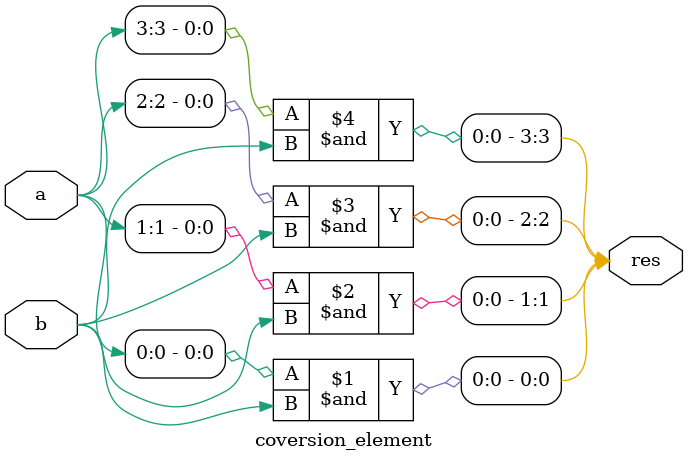
<source format=v>
module coversion_element(a, b, res);
input [3:0]a;
input b;
output [3:0]res;
	wire [3:0]res;

	assign res[0] = a[0] & b;
	assign res[1] = a[1] & b;
	assign res[2] = a[2] & b;
	assign res[3] = a[3] & b;

endmodule
</source>
